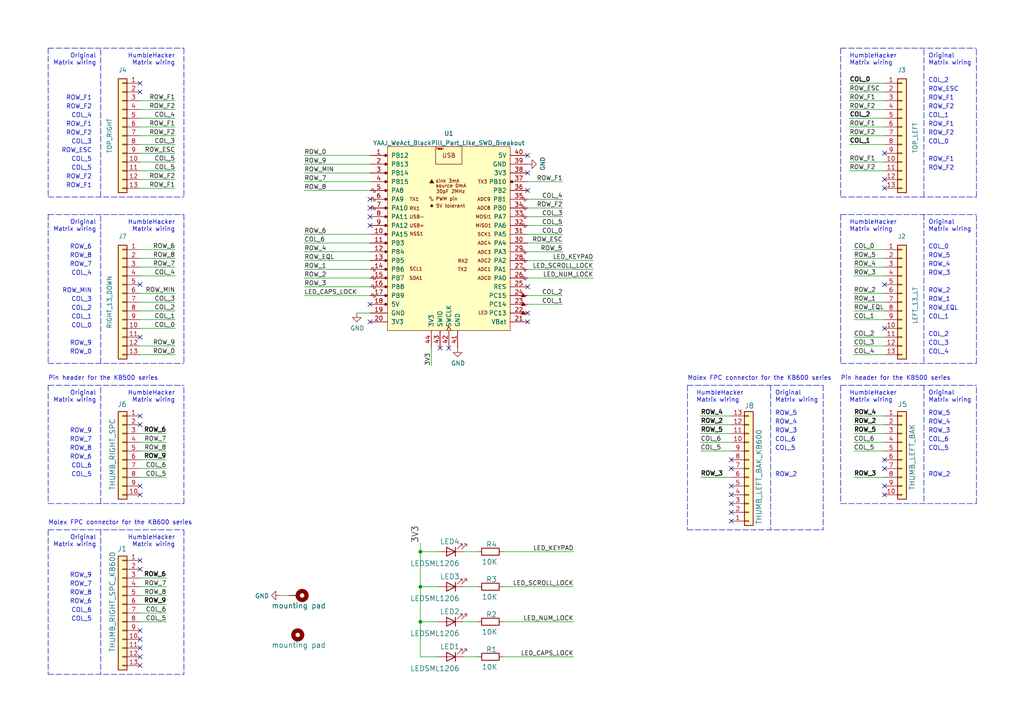
<source format=kicad_sch>
(kicad_sch (version 20211123) (generator eeschema)
  (paper "A4")
  (title_block (title "kinT keyboard controller") (date "2021-06-26") (company "Michael Stapelberg") (comment 1 "https://github.com/kinx-project/kint"))
  (lib_symbols
    (symbol "Connector_Generic:Conn_01x10" (pin_names (offset 1.016) hide)
      (property "Reference" "J" (at 0 12.7 0))
      (property "Value" "Conn_01x10" (at 0 -15.24 0))
      (symbol "Conn_01x10_1_1"
        (rectangle (start -1.27 -12.573) (end 0 -12.827) (stroke (width 0.1524)))
        (rectangle (start -1.27 -10.033) (end 0 -10.287) (stroke (width 0.1524)))
        (rectangle (start -1.27 -7.493) (end 0 -7.747) (stroke (width 0.1524)))
        (rectangle (start -1.27 -4.953) (end 0 -5.207) (stroke (width 0.1524)))
        (rectangle (start -1.27 -2.413) (end 0 -2.667) (stroke (width 0.1524)))
        (rectangle (start -1.27 0.127) (end 0 -0.127) (stroke (width 0.1524)))
        (rectangle (start -1.27 2.667) (end 0 2.413) (stroke (width 0.1524)))
        (rectangle (start -1.27 5.207) (end 0 4.953) (stroke (width 0.1524)))
        (rectangle (start -1.27 7.747) (end 0 7.493) (stroke (width 0.1524)))
        (rectangle (start -1.27 10.287) (end 0 10.033) (stroke (width 0.1524)))
        (rectangle (start -1.27 11.43) (end 1.27 -13.97) (stroke (width 0.254)) (fill (type background)))
        (pin passive line (at -5.08 10.16 0) (length 3.81) (name "Pin_1") (number "1"))
        (pin passive line (at -5.08 -12.7 0) (length 3.81) (name "Pin_10") (number "10"))
        (pin passive line (at -5.08 7.62 0) (length 3.81) (name "Pin_2") (number "2"))
        (pin passive line (at -5.08 5.08 0) (length 3.81) (name "Pin_3") (number "3"))
        (pin passive line (at -5.08 2.54 0) (length 3.81) (name "Pin_4") (number "4"))
        (pin passive line (at -5.08 0 0) (length 3.81) (name "Pin_5") (number "5"))
        (pin passive line (at -5.08 -2.54 0) (length 3.81) (name "Pin_6") (number "6"))
        (pin passive line (at -5.08 -5.08 0) (length 3.81) (name "Pin_7") (number "7"))
        (pin passive line (at -5.08 -7.62 0) (length 3.81) (name "Pin_8") (number "8"))
        (pin passive line (at -5.08 -10.16 0) (length 3.81) (name "Pin_9") (number "9"))
      )
    )
    (symbol "Connector_Generic:Conn_01x13" (pin_names (offset 1.016) hide)
      (property "Reference" "J" (at 0 17.78 0))
      (property "Value" "Conn_01x13" (at 0 -17.78 0))
      (symbol "Conn_01x13_1_1"
        (rectangle (start -1.27 -15.113) (end 0 -15.367) (stroke (width 0.1524)))
        (rectangle (start -1.27 -12.573) (end 0 -12.827) (stroke (width 0.1524)))
        (rectangle (start -1.27 -10.033) (end 0 -10.287) (stroke (width 0.1524)))
        (rectangle (start -1.27 -7.493) (end 0 -7.747) (stroke (width 0.1524)))
        (rectangle (start -1.27 -4.953) (end 0 -5.207) (stroke (width 0.1524)))
        (rectangle (start -1.27 -2.413) (end 0 -2.667) (stroke (width 0.1524)))
        (rectangle (start -1.27 0.127) (end 0 -0.127) (stroke (width 0.1524)))
        (rectangle (start -1.27 2.667) (end 0 2.413) (stroke (width 0.1524)))
        (rectangle (start -1.27 5.207) (end 0 4.953) (stroke (width 0.1524)))
        (rectangle (start -1.27 7.747) (end 0 7.493) (stroke (width 0.1524)))
        (rectangle (start -1.27 10.287) (end 0 10.033) (stroke (width 0.1524)))
        (rectangle (start -1.27 12.827) (end 0 12.573) (stroke (width 0.1524)))
        (rectangle (start -1.27 15.367) (end 0 15.113) (stroke (width 0.1524)))
        (rectangle (start -1.27 16.51) (end 1.27 -16.51) (stroke (width 0.254)) (fill (type background)))
        (pin passive line (at -5.08 15.24 0) (length 3.81) (name "Pin_1") (number "1"))
        (pin passive line (at -5.08 -7.62 0) (length 3.81) (name "Pin_10") (number "10"))
        (pin passive line (at -5.08 -10.16 0) (length 3.81) (name "Pin_11") (number "11"))
        (pin passive line (at -5.08 -12.7 0) (length 3.81) (name "Pin_12") (number "12"))
        (pin passive line (at -5.08 -15.24 0) (length 3.81) (name "Pin_13") (number "13"))
        (pin passive line (at -5.08 12.7 0) (length 3.81) (name "Pin_2") (number "2"))
        (pin passive line (at -5.08 10.16 0) (length 3.81) (name "Pin_3") (number "3"))
        (pin passive line (at -5.08 7.62 0) (length 3.81) (name "Pin_4") (number "4"))
        (pin passive line (at -5.08 5.08 0) (length 3.81) (name "Pin_5") (number "5"))
        (pin passive line (at -5.08 2.54 0) (length 3.81) (name "Pin_6") (number "6"))
        (pin passive line (at -5.08 0 0) (length 3.81) (name "Pin_7") (number "7"))
        (pin passive line (at -5.08 -2.54 0) (length 3.81) (name "Pin_8") (number "8"))
        (pin passive line (at -5.08 -5.08 0) (length 3.81) (name "Pin_9") (number "9"))
      )
    )
    (symbol "Device:LED" (pin_numbers hide) (pin_names (offset 1.016) hide)
      (property "Reference" "D" (at 0 2.54 0))
      (property "Value" "LED" (at 0 -2.54 0))
      (symbol "LED_0_1"
        (polyline (pts (xy -1.27 -1.27) (xy -1.27 1.27)) (stroke (width 0.254)))
        (polyline (pts (xy -1.27 0) (xy 1.27 0)))
        (polyline (pts (xy 1.27 -1.27) (xy 1.27 1.27) (xy -1.27 0) (xy 1.27 -1.27)) (stroke (width 0.254)))
        (polyline (pts (xy -3.048 -0.762) (xy -4.572 -2.286) (xy -3.81 -2.286) (xy -4.572 -2.286) (xy -4.572 -1.524)))
        (polyline (pts (xy -1.778 -0.762) (xy -3.302 -2.286) (xy -2.54 -2.286) (xy -3.302 -2.286) (xy -3.302 -1.524)))
      )
      (symbol "LED_1_1"
        (pin passive line (at -3.81 0 0) (length 2.54) (name "K") (number "1"))
        (pin passive line (at 3.81 0 180) (length 2.54) (name "A") (number "2"))
      )
    )
    (symbol "Device:R" (pin_numbers hide) (pin_names (offset 0))
      (property "Reference" "R" (at 2.032 0 90))
      (property "Value" "R" (at 0 0 90))
      (symbol "R_0_1"
        (rectangle (start -1.016 -2.54) (end 1.016 2.54) (stroke (width 0.254)))
      )
      (symbol "R_1_1"
        (pin passive line (at 0 3.81 270) (length 1.27) (name "~") (number "1"))
        (pin passive line (at 0 -3.81 90) (length 1.27) (name "~") (number "2"))
      )
    )
    (symbol "Mechanical:MountingHole" (pin_names (offset 1.016))
      (property "Reference" "H" (at 0 5.08 0))
      (property "Value" "MountingHole" (at 0 3.175 0))
      (symbol "MountingHole_0_1"
        (circle (center 0 0) (radius 1.27) (stroke (width 1.27)))
      )
    )
    (symbol "Mechanical:MountingHole_Pad" (pin_numbers hide) (pin_names (offset 1.016) hide)
      (property "Reference" "H" (at 0 6.35 0))
      (property "Value" "MountingHole_Pad" (at 0 4.445 0))
      (symbol "MountingHole_Pad_0_1"
        (circle (center 0 1.27) (radius 1.27) (stroke (width 1.27)))
      )
      (symbol "MountingHole_Pad_1_1"
        (pin input line (at 0 -2.54 90) (length 2.54) (name "1") (number "1"))
      )
    )
    (symbol "YAAJ_BlackPill_Part_Like_SWD_Breakout:YAAJ_WeAct_BlackPill_Part_Like_SWD_Breakout" (pin_names (offset 1.016))
      (property "Reference" "U" (at -17.526 27.94 0))
      (property "Value" "YAAJ_WeAct_BlackPill_Part_Like_SWD_Breakout" (at 9.144 27.94 0))
      (symbol "YAAJ_WeAct_BlackPill_Part_Like_SWD_Breakout_0_0"
        (circle (center -18.288 -20.32) (radius 0.3556) (fill (type outline)))
        (circle (center -18.288 -17.78) (radius 0.3556) (fill (type outline)))
        (circle (center -18.288 -15.24) (radius 0.3556) (fill (type outline)))
        (circle (center -18.288 -12.7) (radius 0.3556) (fill (type outline)))
        (circle (center -18.288 -10.16) (radius 0.3556) (fill (type outline)))
        (circle (center -18.288 -7.62) (radius 0.3556) (fill (type outline)))
        (circle (center -18.288 -5.08) (radius 0.3556) (fill (type outline)))
        (circle (center -18.288 -2.54) (radius 0.3556) (fill (type outline)))
        (circle (center -18.288 0) (radius 0.3556) (fill (type outline)))
        (circle (center -18.288 2.54) (radius 0.3556) (fill (type outline)))
        (circle (center -18.288 5.08) (radius 0.3556) (fill (type outline)))
        (circle (center -18.288 7.62) (radius 0.3556) (fill (type outline)))
        (circle (center -18.288 10.16) (radius 0.3556) (fill (type outline)))
        (circle (center -18.288 12.7) (radius 0.3556) (fill (type outline)))
        (circle (center -18.288 15.24) (radius 0.3556) (fill (type outline)))
        (circle (center -18.288 17.78) (radius 0.3556) (fill (type outline)))
        (circle (center -18.288 22.86) (radius 0.3556) (fill (type outline)))
        (circle (center -4.953 8.255) (radius 0.127) (fill (type outline)))
        (circle (center -4.953 8.255) (radius 0.254))
        (circle (center -4.953 8.255) (radius 0.3556))
        (polyline (pts (xy -5.588 14.859) (xy -4.953 15.875) (xy -4.318 14.859) (xy -5.588 14.859) (xy -4.953 15.748) (xy -4.445 14.859) (xy -5.461 14.986) (xy -4.953 15.621) (xy -4.572 14.859) (xy -5.334 15.113) (xy -4.826 15.494) (xy -4.699 14.859) (xy -5.207 15.24) (xy -4.699 15.367) (xy -4.826 14.986) (xy -5.08 15.24) (xy -4.826 15.113) (xy -4.953 15.367)))
        (polyline (pts (xy 20.955 -23.241) (xy 21.59 -22.225) (xy 22.225 -23.241) (xy 20.955 -23.241) (xy 21.59 -22.352) (xy 22.098 -23.241) (xy 21.082 -23.114) (xy 21.59 -22.479) (xy 21.971 -23.241) (xy 21.209 -22.987) (xy 21.717 -22.606) (xy 21.844 -23.241) (xy 21.336 -22.86) (xy 21.844 -22.733) (xy 21.717 -23.114) (xy 21.463 -22.86) (xy 21.717 -22.987) (xy 21.59 -22.733)))
        (polyline (pts (xy 20.955 -20.701) (xy 21.59 -19.685) (xy 22.225 -20.701) (xy 20.955 -20.701) (xy 21.59 -19.812) (xy 22.098 -20.701) (xy 21.082 -20.574) (xy 21.59 -19.939) (xy 21.971 -20.701) (xy 21.209 -20.447) (xy 21.717 -20.066) (xy 21.844 -20.701) (xy 21.336 -20.32) (xy 21.844 -20.193) (xy 21.717 -20.574) (xy 21.463 -20.32) (xy 21.717 -20.447) (xy 21.59 -20.193)))
        (polyline (pts (xy 20.955 -18.161) (xy 21.59 -17.145) (xy 22.225 -18.161) (xy 20.955 -18.161) (xy 21.59 -17.272) (xy 22.098 -18.161) (xy 21.082 -18.034) (xy 21.59 -17.399) (xy 21.971 -18.161) (xy 21.209 -17.907) (xy 21.717 -17.526) (xy 21.844 -18.161) (xy 21.336 -17.78) (xy 21.844 -17.653) (xy 21.717 -18.034) (xy 21.463 -17.78) (xy 21.717 -17.907) (xy 21.59 -17.653)))
        (circle (center 18.288 15.24) (radius 0.254) (fill (type outline)))
        (circle (center 18.288 15.24) (radius 0.3556))
        (text "30pF 2MHz" (at 0.508 12.446 0) (effects (font (size 0.9906 0.9906))))
        (text "5V tolerant" (at 0.508 8.255 0) (effects (font (size 0.9906 0.9906))))
        (text "ADC0" (at 10.287 -12.7 0) (effects (font (size 0.9906 0.9906))))
        (text "ADC1" (at 10.287 -10.16 0) (effects (font (size 0.9906 0.9906))))
        (text "ADC2" (at 10.287 -7.62 0) (effects (font (size 0.9906 0.9906))))
        (text "ADC3" (at 10.287 -5.207 0) (effects (font (size 0.9906 0.9906))))
        (text "ADC4" (at 10.287 -2.54 0) (effects (font (size 0.9906 0.9906))))
        (text "ADC8" (at 10.16 7.62 0) (effects (font (size 0.9906 0.9906))))
        (text "ADC9" (at 10.16 10.16 0) (effects (font (size 0.9906 0.9906))))
        (text "LED" (at 9.906 -22.733 0) (effects (font (size 0.9906 0.9906))))
        (text "MISO1" (at 10.033 2.54 0) (effects (font (size 0.9906 0.9906))))
        (text "MOSI1" (at 10.033 5.08 0) (effects (font (size 0.9906 0.9906))))
        (text "NSS1" (at -9.398 0.127 0) (effects (font (size 0.9906 0.9906))))
        (text "PWM pin" (at -0.635 10.287 0) (effects (font (size 0.9906 0.9906))))
        (text "RX1" (at -9.906 7.493 0) (effects (font (size 0.9906 0.9906))))
        (text "RX2" (at 4.064 -7.747 0) (effects (font (size 0.9906 0.9906))))
        (text "SCK1" (at 10.287 0 0) (effects (font (size 0.9906 0.9906))))
        (text "SCL1" (at -9.525 -10.033 0) (effects (font (size 0.9906 0.9906))))
        (text "SDA1" (at -9.525 -12.7 0) (effects (font (size 0.9906 0.9906))))
        (text "sink 3mA" (at -0.381 15.494 0) (effects (font (size 0.9906 0.9906))))
        (text "source 0mA" (at 0.635 14.097 0) (effects (font (size 0.9906 0.9906))))
        (text "TX1" (at -10.033 10.16 0) (effects (font (size 0.9906 0.9906))))
        (text "TX2" (at 3.937 -10.16 0) (effects (font (size 0.9906 0.9906))))
        (text "TX3" (at 9.779 15.24 0) (effects (font (size 0.9906 0.9906))))
        (text "USB" (at 0 22.86 0) (effects (font (size 1.27 1.27))))
        (text "USB+" (at -9.271 2.54 0) (effects (font (size 0.9906 0.9906))))
        (text "USB-" (at -9.271 5.08 0) (effects (font (size 0.9906 0.9906))))
        (text "Y@@J" (at -2.5654 24.8412 0) (effects (font (size 0.508 0.508))))
      )
      (symbol "YAAJ_WeAct_BlackPill_Part_Like_SWD_Breakout_0_1"
        (rectangle (start -17.78 25.4) (end 17.78 -27.94) (fill (type background)))
        (polyline (pts (xy -21.336 -17.78) (xy -21.336 -18.288) (xy -21.844 -18.288) (xy -21.844 -17.272) (xy -22.352 -17.272) (xy -22.352 -17.78)))
        (polyline (pts (xy -21.336 -15.24) (xy -21.336 -15.748) (xy -21.844 -15.748) (xy -21.844 -14.732) (xy -22.352 -14.732) (xy -22.352 -15.24)))
        (polyline (pts (xy -21.336 -12.7) (xy -21.336 -13.208) (xy -21.844 -13.208) (xy -21.844 -12.192) (xy -22.352 -12.192) (xy -22.352 -12.7)))
        (polyline (pts (xy -21.336 -10.16) (xy -21.336 -10.668) (xy -21.844 -10.668) (xy -21.844 -9.652) (xy -22.352 -9.652) (xy -22.352 -10.16)))
        (polyline (pts (xy -21.336 7.62) (xy -21.336 7.112) (xy -21.844 7.112) (xy -21.844 8.128) (xy -22.352 8.128) (xy -22.352 7.62)))
        (polyline (pts (xy -21.336 10.16) (xy -21.336 9.652) (xy -21.844 9.652) (xy -21.844 10.668) (xy -22.352 10.668) (xy -22.352 10.16)))
        (polyline (pts (xy -21.336 12.7) (xy -21.336 12.192) (xy -21.844 12.192) (xy -21.844 13.208) (xy -22.352 13.208) (xy -22.352 12.7)))
        (polyline (pts (xy -4.572 10.287) (xy -4.572 9.779) (xy -5.08 9.779) (xy -5.08 10.795) (xy -5.588 10.795) (xy -5.588 10.287)))
        (polyline (pts (xy 22.352 -12.7) (xy 22.352 -13.208) (xy 21.844 -13.208) (xy 21.844 -12.192) (xy 21.336 -12.192) (xy 21.336 -12.7)))
        (polyline (pts (xy 22.352 -10.16) (xy 22.352 -10.668) (xy 21.844 -10.668) (xy 21.844 -9.652) (xy 21.336 -9.652) (xy 21.336 -10.16)))
        (polyline (pts (xy 22.352 -7.62) (xy 22.352 -8.128) (xy 21.844 -8.128) (xy 21.844 -7.112) (xy 21.336 -7.112) (xy 21.336 -7.62)))
        (polyline (pts (xy 22.352 -5.08) (xy 22.352 -5.588) (xy 21.844 -5.588) (xy 21.844 -4.572) (xy 21.336 -4.572) (xy 21.336 -5.08)))
        (polyline (pts (xy 22.352 2.54) (xy 22.352 2.032) (xy 21.844 2.032) (xy 21.844 3.048) (xy 21.336 3.048) (xy 21.336 2.54)))
        (polyline (pts (xy 22.352 5.08) (xy 22.352 4.572) (xy 21.844 4.572) (xy 21.844 5.588) (xy 21.336 5.588) (xy 21.336 5.08)))
        (polyline (pts (xy 22.352 7.62) (xy 22.352 7.112) (xy 21.844 7.112) (xy 21.844 8.128) (xy 21.336 8.128) (xy 21.336 7.62)))
        (polyline (pts (xy 22.352 10.16) (xy 22.352 9.652) (xy 21.844 9.652) (xy 21.844 10.668) (xy 21.336 10.668) (xy 21.336 10.16)))
        (rectangle (start 3.81 25.4) (end -3.81 20.32))
      )
      (symbol "YAAJ_WeAct_BlackPill_Part_Like_SWD_Breakout_1_1"
        (circle (center -18.288 20.32) (radius 0.3556) (fill (type outline)))
        (pin bidirectional line (at -22.86 22.86 0) (length 5.08) (name "PB12") (number "1"))
        (pin bidirectional line (at -22.86 0 0) (length 5.08) (name "PA15") (number "10"))
        (pin bidirectional line (at -22.86 -2.54 0) (length 5.08) (name "PB3") (number "11"))
        (pin bidirectional line (at -22.86 -5.08 0) (length 5.08) (name "PB4") (number "12"))
        (pin bidirectional line (at -22.86 -7.62 0) (length 5.08) (name "PB5") (number "13"))
        (pin bidirectional line (at -22.86 -10.16 0) (length 5.08) (name "PB6") (number "14"))
        (pin bidirectional line (at -22.86 -12.7 0) (length 5.08) (name "PB7") (number "15"))
        (pin bidirectional line (at -22.86 -15.24 0) (length 5.08) (name "PB8") (number "16"))
        (pin bidirectional line (at -22.86 -17.78 0) (length 5.08) (name "PB9") (number "17"))
        (pin power_in line (at -22.86 -20.32 0) (length 5.08) (name "5V") (number "18"))
        (pin power_in line (at -22.86 -22.86 0) (length 5.08) (name "GND") (number "19"))
        (pin bidirectional line (at -22.86 20.32 0) (length 5.08) (name "PB13") (number "2"))
        (pin power_in line (at -22.86 -25.4 0) (length 5.08) (name "3V3") (number "20"))
        (pin power_in line (at 22.86 -25.4 180) (length 5.08) (name "VBat") (number "21"))
        (pin bidirectional line (at 22.86 -22.86 180) (length 5.08) (name "PC13") (number "22"))
        (pin bidirectional line (at 22.86 -20.32 180) (length 5.08) (name "PC14") (number "23"))
        (pin bidirectional line (at 22.86 -17.78 180) (length 5.08) (name "PC15") (number "24"))
        (pin input line (at 22.86 -15.24 180) (length 5.08) (name "RES") (number "25"))
        (pin bidirectional line (at 22.86 -12.7 180) (length 5.08) (name "PA0") (number "26"))
        (pin bidirectional line (at 22.86 -10.16 180) (length 5.08) (name "PA1") (number "27"))
        (pin bidirectional line (at 22.86 -7.62 180) (length 5.08) (name "PA2") (number "28"))
        (pin bidirectional line (at 22.86 -5.08 180) (length 5.08) (name "PA3") (number "29"))
        (pin bidirectional line (at -22.86 17.78 0) (length 5.08) (name "PB14") (number "3"))
        (pin bidirectional line (at 22.86 -2.54 180) (length 5.08) (name "PA4") (number "30"))
        (pin bidirectional line (at 22.86 0 180) (length 5.08) (name "PA5") (number "31"))
        (pin bidirectional line (at 22.86 2.54 180) (length 5.08) (name "PA6") (number "32"))
        (pin bidirectional line (at 22.86 5.08 180) (length 5.08) (name "PA7") (number "33"))
        (pin bidirectional line (at 22.86 7.62 180) (length 5.08) (name "PB0") (number "34"))
        (pin bidirectional line (at 22.86 10.16 180) (length 5.08) (name "PB1") (number "35"))
        (pin bidirectional line (at 22.86 12.7 180) (length 5.08) (name "PB2") (number "36"))
        (pin bidirectional line (at 22.86 15.24 180) (length 5.08) (name "PB10") (number "37"))
        (pin power_in line (at 22.86 17.78 180) (length 5.08) (name "3V3") (number "38"))
        (pin power_in line (at 22.86 20.32 180) (length 5.08) (name "GND") (number "39"))
        (pin bidirectional line (at -22.86 15.24 0) (length 5.08) (name "PB15") (number "4"))
        (pin power_in line (at 22.86 22.86 180) (length 5.08) (name "5V") (number "40"))
        (pin power_in line (at 2.54 -33.02 90) (length 5.08) (name "GND") (number "41"))
        (pin bidirectional clock (at 0 -33.02 90) (length 5.08) (name "SWCLK") (number "42"))
        (pin bidirectional line (at -2.54 -33.02 90) (length 5.08) (name "SWIO") (number "43"))
        (pin power_in line (at -5.08 -33.02 90) (length 5.08) (name "3V3") (number "44"))
        (pin bidirectional line (at -22.86 12.7 0) (length 5.08) (name "PA8") (number "5"))
        (pin bidirectional line (at -22.86 10.16 0) (length 5.08) (name "PA9") (number "6"))
        (pin bidirectional line (at -22.86 7.62 0) (length 5.08) (name "PA10") (number "7"))
        (pin bidirectional line (at -22.86 5.08 0) (length 5.08) (name "PA11") (number "8"))
        (pin bidirectional line (at -22.86 2.54 0) (length 5.08) (name "PA12") (number "9"))
      )
    )
    (symbol "power:GND" (power) (pin_names (offset 0))
      (property "Value" "GND" (at 0 -3.81 0))
      (symbol "GND_0_1"
        (polyline (pts (xy 0 0) (xy 0 -1.27) (xy 1.27 -1.27) (xy 0 -2.54) (xy -1.27 -1.27) (xy 0 -1.27)))
      )
      (symbol "GND_1_1"
        (pin power_in line (at 0 0 270) (length 0) hide (name "GND") (number "1"))
      )
    )
  )
  (junction (at 121.92 160.02))
  (junction (at 121.92 170.18))
  (junction (at 121.92 180.34))
  (no_connect (at 256.54 95.25))
  (no_connect (at 212.09 143.51))
  (no_connect (at 40.64 24.13))
  (no_connect (at 40.64 120.65))
  (no_connect (at 40.64 190.5))
  (no_connect (at 40.64 140.97))
  (no_connect (at 40.64 182.88))
  (no_connect (at 256.54 52.07))
  (no_connect (at 40.64 193.04))
  (no_connect (at 212.09 140.97))
  (no_connect (at 256.54 135.89))
  (no_connect (at 40.64 26.67))
  (no_connect (at 256.54 143.51))
  (no_connect (at 256.54 82.55))
  (no_connect (at 40.64 97.79))
  (no_connect (at 40.64 162.56))
  (no_connect (at 40.64 123.19))
  (no_connect (at 256.54 140.97))
  (no_connect (at 212.09 133.35))
  (no_connect (at 256.54 54.61))
  (no_connect (at 256.54 133.35))
  (no_connect (at 212.09 135.89))
  (no_connect (at 212.09 148.59))
  (no_connect (at 40.64 143.51))
  (no_connect (at 40.64 82.55))
  (no_connect (at 256.54 44.45))
  (no_connect (at 212.09 151.13))
  (no_connect (at 212.09 146.05))
  (no_connect (at 40.64 185.42))
  (no_connect (at 40.64 187.96))
  (no_connect (at 127.635 100.965))
  (no_connect (at 130.175 100.965))
  (no_connect (at 40.64 165.1))
  (no_connect (at 153.035 55.245))
  (no_connect (at 153.035 50.165))
  (no_connect (at 153.035 45.085))
  (no_connect (at 153.035 90.805))
  (no_connect (at 153.035 83.185))
  (no_connect (at 153.035 93.345))
  (no_connect (at 107.315 93.345))
  (no_connect (at 107.315 88.265))
  (no_connect (at 107.315 65.405))
  (no_connect (at 107.315 62.865))
  (no_connect (at 107.315 60.325))
  (no_connect (at 107.315 57.785))
  (wire (pts (xy 50.8 54.61) (xy 40.64 54.61)))
  (wire (pts (xy 81.28 172.72) (xy 83.82 172.72)))
  (polyline (pts (xy 283.21 146.05) (xy 283.21 111.76)))
  (wire (pts (xy 247.65 77.47) (xy 256.54 77.47)))
  (wire (pts (xy 247.65 85.09) (xy 256.54 85.09)))
  (wire (pts (xy 48.26 133.35) (xy 40.64 133.35)))
  (polyline (pts (xy 13.97 13.97) (xy 13.97 57.15)))
  (polyline (pts (xy 267.97 111.76) (xy 267.97 146.05)))
  (wire (pts (xy 50.8 100.33) (xy 40.64 100.33)))
  (wire (pts (xy 88.265 45.085) (xy 107.315 45.085)))
  (wire (pts (xy 40.64 44.45) (xy 50.8 44.45)))
  (polyline (pts (xy 13.97 62.23) (xy 13.97 105.41)))
  (wire (pts (xy 203.2 125.73) (xy 212.09 125.73)))
  (wire (pts (xy 247.65 130.81) (xy 256.54 130.81)))
  (wire (pts (xy 125.095 106.045) (xy 125.095 100.965)))
  (wire (pts (xy 146.05 180.34) (xy 166.37 180.34)))
  (wire (pts (xy 50.8 87.63) (xy 40.64 87.63)))
  (wire (pts (xy 247.65 92.71) (xy 256.54 92.71)))
  (wire (pts (xy 246.38 24.13) (xy 256.54 24.13)))
  (wire (pts (xy 40.64 46.99) (xy 50.8 46.99)))
  (wire (pts (xy 48.26 172.72) (xy 40.64 172.72)))
  (wire (pts (xy 246.38 39.37) (xy 256.54 39.37)))
  (wire (pts (xy 103.505 90.805) (xy 107.315 90.805)))
  (polyline (pts (xy 29.21 105.41) (xy 29.21 62.23)))
  (wire (pts (xy 146.05 190.5) (xy 166.37 190.5)))
  (polyline (pts (xy 13.97 195.58) (xy 53.34 195.58)))
  (wire (pts (xy 50.8 52.07) (xy 40.64 52.07)))
  (polyline (pts (xy 13.97 111.76) (xy 53.34 111.76)))
  (wire (pts (xy 88.265 73.025) (xy 107.315 73.025)))
  (polyline (pts (xy 53.34 146.05) (xy 53.34 111.76)))
  (wire (pts (xy 107.315 47.625) (xy 88.265 47.625)))
  (wire (pts (xy 246.38 29.21) (xy 256.54 29.21)))
  (wire (pts (xy 247.65 97.79) (xy 256.54 97.79)))
  (wire (pts (xy 247.65 102.87) (xy 256.54 102.87)))
  (wire (pts (xy 40.64 135.89) (xy 48.26 135.89)))
  (polyline (pts (xy 243.84 146.05) (xy 283.21 146.05)))
  (polyline (pts (xy 243.84 62.23) (xy 243.84 105.41)))
  (polyline (pts (xy 243.84 62.23) (xy 283.21 62.23)))
  (wire (pts (xy 163.195 57.785) (xy 153.035 57.785)))
  (wire (pts (xy 146.05 170.18) (xy 166.37 170.18)))
  (wire (pts (xy 48.26 128.27) (xy 40.64 128.27)))
  (wire (pts (xy 121.92 170.18) (xy 121.92 180.34)))
  (wire (pts (xy 203.2 120.65) (xy 212.09 120.65)))
  (wire (pts (xy 48.26 175.26) (xy 40.64 175.26)))
  (wire (pts (xy 247.65 90.17) (xy 256.54 90.17)))
  (polyline (pts (xy 53.34 62.23) (xy 53.34 105.41)))
  (wire (pts (xy 40.64 77.47) (xy 50.8 77.47)))
  (wire (pts (xy 48.26 170.18) (xy 40.64 170.18)))
  (wire (pts (xy 134.62 190.5) (xy 138.43 190.5)))
  (polyline (pts (xy 13.97 153.67) (xy 13.97 195.58)))
  (wire (pts (xy 40.64 92.71) (xy 50.8 92.71)))
  (wire (pts (xy 247.65 72.39) (xy 256.54 72.39)))
  (wire (pts (xy 246.38 49.53) (xy 256.54 49.53)))
  (polyline (pts (xy 238.76 111.76) (xy 238.76 153.67)))
  (wire (pts (xy 121.92 160.02) (xy 121.92 157.48)))
  (wire (pts (xy 121.92 160.02) (xy 121.92 170.18)))
  (wire (pts (xy 40.64 49.53) (xy 50.8 49.53)))
  (wire (pts (xy 163.195 70.485) (xy 153.035 70.485)))
  (wire (pts (xy 48.26 130.81) (xy 40.64 130.81)))
  (wire (pts (xy 247.65 120.65) (xy 256.54 120.65)))
  (wire (pts (xy 127 180.34) (xy 121.92 180.34)))
  (wire (pts (xy 48.26 167.64) (xy 40.64 167.64)))
  (wire (pts (xy 163.195 52.705) (xy 153.035 52.705)))
  (wire (pts (xy 247.65 74.93) (xy 256.54 74.93)))
  (polyline (pts (xy 53.34 153.67) (xy 53.34 195.58)))
  (wire (pts (xy 40.64 31.75) (xy 50.8 31.75)))
  (wire (pts (xy 246.38 46.99) (xy 256.54 46.99)))
  (wire (pts (xy 256.54 123.19) (xy 247.65 123.19)))
  (wire (pts (xy 256.54 128.27) (xy 247.65 128.27)))
  (wire (pts (xy 48.26 125.73) (xy 40.64 125.73)))
  (wire (pts (xy 163.195 60.325) (xy 153.035 60.325)))
  (polyline (pts (xy 53.34 13.97) (xy 53.34 57.15)))
  (wire (pts (xy 172.085 78.105) (xy 153.035 78.105)))
  (polyline (pts (xy 199.39 153.67) (xy 238.76 153.67)))
  (polyline (pts (xy 243.84 57.15) (xy 283.21 57.15)))
  (polyline (pts (xy 267.97 57.15) (xy 267.97 13.97)))
  (wire (pts (xy 247.65 100.33) (xy 256.54 100.33)))
  (wire (pts (xy 88.265 78.105) (xy 107.315 78.105)))
  (wire (pts (xy 134.62 180.34) (xy 138.43 180.34)))
  (wire (pts (xy 134.62 170.18) (xy 138.43 170.18)))
  (wire (pts (xy 88.265 85.725) (xy 107.315 85.725)))
  (wire (pts (xy 247.65 80.01) (xy 256.54 80.01)))
  (wire (pts (xy 50.8 74.93) (xy 40.64 74.93)))
  (wire (pts (xy 48.26 180.34) (xy 40.64 180.34)))
  (polyline (pts (xy 13.97 153.67) (xy 53.34 153.67)))
  (wire (pts (xy 40.64 41.91) (xy 50.8 41.91)))
  (polyline (pts (xy 29.21 153.67) (xy 29.21 195.58)))
  (polyline (pts (xy 223.52 111.76) (xy 223.52 153.67)))
  (polyline (pts (xy 267.97 62.23) (xy 267.97 105.41)))
  (wire (pts (xy 247.65 125.73) (xy 256.54 125.73)))
  (wire (pts (xy 212.09 123.19) (xy 203.2 123.19)))
  (polyline (pts (xy 29.21 146.05) (xy 29.21 111.76)))
  (wire (pts (xy 50.8 102.87) (xy 40.64 102.87)))
  (wire (pts (xy 48.26 177.8) (xy 40.64 177.8)))
  (wire (pts (xy 50.8 72.39) (xy 40.64 72.39)))
  (polyline (pts (xy 13.97 62.23) (xy 53.34 62.23)))
  (wire (pts (xy 107.315 80.645) (xy 88.265 80.645)))
  (wire (pts (xy 50.8 95.25) (xy 40.64 95.25)))
  (polyline (pts (xy 243.84 105.41) (xy 283.21 105.41)))
  (wire (pts (xy 121.92 180.34) (xy 121.92 190.5)))
  (wire (pts (xy 246.38 34.29) (xy 256.54 34.29)))
  (wire (pts (xy 88.265 75.565) (xy 107.315 75.565)))
  (wire (pts (xy 212.09 128.27) (xy 203.2 128.27)))
  (wire (pts (xy 163.195 88.265) (xy 153.035 88.265)))
  (wire (pts (xy 163.195 65.405) (xy 153.035 65.405)))
  (polyline (pts (xy 243.84 111.76) (xy 283.21 111.76)))
  (polyline (pts (xy 199.39 111.76) (xy 199.39 153.67)))
  (polyline (pts (xy 13.97 111.76) (xy 13.97 146.05)))
  (wire (pts (xy 246.38 41.91) (xy 256.54 41.91)))
  (wire (pts (xy 256.54 138.43) (xy 247.65 138.43)))
  (wire (pts (xy 107.315 67.945) (xy 88.265 67.945)))
  (wire (pts (xy 153.035 85.725) (xy 163.195 85.725)))
  (polyline (pts (xy 13.97 105.41) (xy 53.34 105.41)))
  (wire (pts (xy 247.65 87.63) (xy 256.54 87.63)))
  (wire (pts (xy 246.38 31.75) (xy 256.54 31.75)))
  (wire (pts (xy 107.315 52.705) (xy 88.265 52.705)))
  (wire (pts (xy 88.265 50.165) (xy 107.315 50.165)))
  (polyline (pts (xy 243.84 13.97) (xy 243.84 57.15)))
  (polyline (pts (xy 13.97 57.15) (xy 53.34 57.15)))
  (wire (pts (xy 88.265 55.245) (xy 107.315 55.245)))
  (wire (pts (xy 134.62 160.02) (xy 138.43 160.02)))
  (wire (pts (xy 88.265 83.185) (xy 107.315 83.185)))
  (polyline (pts (xy 243.84 111.76) (xy 243.84 146.05)))
  (polyline (pts (xy 29.21 57.15) (xy 29.21 13.97)))
  (wire (pts (xy 127 160.02) (xy 121.92 160.02)))
  (wire (pts (xy 153.035 80.645) (xy 172.085 80.645)))
  (polyline (pts (xy 283.21 57.15) (xy 283.21 13.97)))
  (wire (pts (xy 163.195 62.865) (xy 153.035 62.865)))
  (wire (pts (xy 246.38 36.83) (xy 256.54 36.83)))
  (wire (pts (xy 50.8 85.09) (xy 40.64 85.09)))
  (wire (pts (xy 40.64 39.37) (xy 50.8 39.37)))
  (wire (pts (xy 40.64 36.83) (xy 50.8 36.83)))
  (wire (pts (xy 153.035 73.025) (xy 163.195 73.025)))
  (polyline (pts (xy 199.39 111.76) (xy 238.76 111.76)))
  (wire (pts (xy 172.085 75.565) (xy 153.035 75.565)))
  (wire (pts (xy 40.64 29.21) (xy 50.8 29.21)))
  (wire (pts (xy 50.8 80.01) (xy 40.64 80.01)))
  (polyline (pts (xy 13.97 13.97) (xy 53.34 13.97)))
  (wire (pts (xy 127 170.18) (xy 121.92 170.18)))
  (wire (pts (xy 203.2 130.81) (xy 212.09 130.81)))
  (wire (pts (xy 88.265 70.485) (xy 107.315 70.485)))
  (wire (pts (xy 48.26 138.43) (xy 40.64 138.43)))
  (wire (pts (xy 50.8 34.29) (xy 40.64 34.29)))
  (wire (pts (xy 121.92 190.5) (xy 127 190.5)))
  (wire (pts (xy 246.38 26.67) (xy 256.54 26.67)))
  (wire (pts (xy 50.8 90.17) (xy 40.64 90.17)))
  (wire (pts (xy 212.09 138.43) (xy 203.2 138.43)))
  (polyline (pts (xy 13.97 146.05) (xy 53.34 146.05)))
  (polyline (pts (xy 283.21 105.41) (xy 283.21 62.23)))
  (wire (pts (xy 163.195 67.945) (xy 153.035 67.945)))
  (wire (pts (xy 146.05 160.02) (xy 166.37 160.02)))
  (polyline (pts (xy 243.84 13.97) (xy 283.21 13.97)))
  (text "COL_6" (at 269.24 128.27 0) (effects (font (size 1.27 1.27)) (justify left bottom)))
  (text "ROW_F2" (at 26.67 52.07 180) (effects (font (size 1.27 1.27)) (justify right bottom)))
  (text "ROW_F2" (at 269.24 49.53 0) (effects (font (size 1.27 1.27)) (justify left bottom)))
  (text "COL_6" (at 26.67 177.8 180) (effects (font (size 1.27 1.27)) (justify right bottom)))
  (text "ROW_6" (at 26.67 175.26 180) (effects (font (size 1.27 1.27)) (justify right bottom)))
  (text "Pin header for the KB500 series" (at 13.97 110.49 0) (effects (font (size 1.27 1.27)) (justify left bottom)))
  (text "Molex FPC connector for the KB600 series" (at 199.39 110.49 0) (effects (font (size 1.27 1.27)) (justify left bottom)))
  (text "ROW_7" (at 26.67 77.47 180) (effects (font (size 1.27 1.27)) (justify right bottom)))
  (text "COL_3" (at 26.67 87.63 180) (effects (font (size 1.27 1.27)) (justify right bottom)))
  (text "ROW_4" (at 269.24 77.47 0) (effects (font (size 1.27 1.27)) (justify left bottom)))
  (text "ROW_ESC" (at 26.67 44.45 180) (effects (font (size 1.27 1.27)) (justify right bottom)))
  (text "COL_3" (at 269.24 100.33 0) (effects (font (size 1.27 1.27)) (justify left bottom)))
  (text "COL_0" (at 269.24 41.91 0) (effects (font (size 1.27 1.27)) (justify left bottom)))
  (text "Pin header for the KB500 series" (at 243.84 110.49 0) (effects (font (size 1.27 1.27)) (justify left bottom)))
  (text "ROW_3" (at 269.24 80.01 0) (effects (font (size 1.27 1.27)) (justify left bottom)))
  (text "ROW_4" (at 269.24 123.19 0) (effects (font (size 1.27 1.27)) (justify left bottom)))
  (text "ROW_3" (at 224.79 125.73 0) (effects (font (size 1.27 1.27)) (justify left bottom)))
  (text "ROW_2" (at 269.24 138.43 0) (effects (font (size 1.27 1.27)) (justify left bottom)))
  (text "COL_6" (at 224.79 128.27 0) (effects (font (size 1.27 1.27)) (justify left bottom)))
  (text "ROW_1" (at 269.24 87.63 0) (effects (font (size 1.27 1.27)) (justify left bottom)))
  (text "ROW_7" (at 26.67 170.18 180) (effects (font (size 1.27 1.27)) (justify right bottom)))
  (text "ROW_F2" (at 269.24 39.37 0) (effects (font (size 1.27 1.27)) (justify left bottom)))
  (text "Original\nMatrix wiring" (at 269.24 19.05 0) (effects (font (size 1.27 1.27)) (justify left bottom)))
  (text "ROW_5" (at 269.24 74.93 0) (effects (font (size 1.27 1.27)) (justify left bottom)))
  (text "ROW_MIN" (at 26.67 85.09 180) (effects (font (size 1.27 1.27)) (justify right bottom)))
  (text "ROW_6" (at 26.67 72.39 180) (effects (font (size 1.27 1.27)) (justify right bottom)))
  (text "ROW_ESC" (at 269.24 26.67 0) (effects (font (size 1.27 1.27)) (justify left bottom)))
  (text "ROW_F1" (at 269.24 36.83 0) (effects (font (size 1.27 1.27)) (justify left bottom)))
  (text "HumbleHacker\nMatrix wiring" (at 246.38 67.31 0) (effects (font (size 1.27 1.27)) (justify left bottom)))
  (text "ROW_6" (at 26.67 133.35 180) (effects (font (size 1.27 1.27)) (justify right bottom)))
  (text "ROW_EQL" (at 269.24 90.17 0) (effects (font (size 1.27 1.27)) (justify left bottom)))
  (text "ROW_F2" (at 269.24 31.75 0) (effects (font (size 1.27 1.27)) (justify left bottom)))
  (text "ROW_9" (at 26.67 125.73 180) (effects (font (size 1.27 1.27)) (justify right bottom)))
  (text "COL_4" (at 26.67 34.29 180) (effects (font (size 1.27 1.27)) (justify right bottom)))
  (text "COL_4" (at 26.67 80.01 180) (effects (font (size 1.27 1.27)) (justify right bottom)))
  (text "COL_5" (at 26.67 138.43 180) (effects (font (size 1.27 1.27)) (justify right bottom)))
  (text "COL_1" (at 269.24 92.71 0) (effects (font (size 1.27 1.27)) (justify left bottom)))
  (text "Original\nMatrix wiring" (at 27.94 116.84 180) (effects (font (size 1.27 1.27)) (justify right bottom)))
  (text "HumbleHacker\nMatrix wiring" (at 50.8 158.75 180) (effects (font (size 1.27 1.27)) (justify right bottom)))
  (text "COL_6" (at 26.67 135.89 180) (effects (font (size 1.27 1.27)) (justify right bottom)))
  (text "COL_1" (at 26.67 92.71 180) (effects (font (size 1.27 1.27)) (justify right bottom)))
  (text "HumbleHacker\nMatrix wiring" (at 246.38 116.84 0) (effects (font (size 1.27 1.27)) (justify left bottom)))
  (text "HumbleHacker\nMatrix wiring" (at 50.8 19.05 180) (effects (font (size 1.27 1.27)) (justify right bottom)))
  (text "COL_0" (at 269.24 72.39 0) (effects (font (size 1.27 1.27)) (justify left bottom)))
  (text "Original\nMatrix wiring" (at 269.24 67.31 0) (effects (font (size 1.27 1.27)) (justify left bottom)))
  (text "COL_5" (at 269.24 130.81 0) (effects (font (size 1.27 1.27)) (justify left bottom)))
  (text "ROW_F1" (at 269.24 29.21 0) (effects (font (size 1.27 1.27)) (justify left bottom)))
  (text "ROW_F1" (at 26.67 36.83 180) (effects (font (size 1.27 1.27)) (justify right bottom)))
  (text "HumbleHacker\nMatrix wiring" (at 246.38 19.05 0) (effects (font (size 1.27 1.27)) (justify left bottom)))
  (text "HumbleHacker\nMatrix wiring" (at 50.8 116.84 180) (effects (font (size 1.27 1.27)) (justify right bottom)))
  (text "ROW_F2" (at 26.67 31.75 180) (effects (font (size 1.27 1.27)) (justify right bottom)))
  (text "ROW_9" (at 26.67 100.33 180) (effects (font (size 1.27 1.27)) (justify right bottom)))
  (text "COL_2" (at 26.67 90.17 180) (effects (font (size 1.27 1.27)) (justify right bottom)))
  (text "COL_5" (at 26.67 49.53 180) (effects (font (size 1.27 1.27)) (justify right bottom)))
  (text "COL_4" (at 269.24 102.87 0) (effects (font (size 1.27 1.27)) (justify left bottom)))
  (text "ROW_F2" (at 26.67 39.37 180) (effects (font (size 1.27 1.27)) (justify right bottom)))
  (text "COL_5" (at 26.67 180.34 180) (effects (font (size 1.27 1.27)) (justify right bottom)))
  (text "COL_1" (at 269.24 34.29 0) (effects (font (size 1.27 1.27)) (justify left bottom)))
  (text "ROW_F1" (at 26.67 54.61 180) (effects (font (size 1.27 1.27)) (justify right bottom)))
  (text "ROW_7" (at 26.67 128.27 180) (effects (font (size 1.27 1.27)) (justify right bottom)))
  (text "ROW_2" (at 269.24 85.09 0) (effects (font (size 1.27 1.27)) (justify left bottom)))
  (text "Original\nMatrix wiring" (at 27.94 67.31 180) (effects (font (size 1.27 1.27)) (justify right bottom)))
  (text "COL_2" (at 269.24 97.79 0) (effects (font (size 1.27 1.27)) (justify left bottom)))
  (text "Original\nMatrix wiring" (at 27.94 19.05 180) (effects (font (size 1.27 1.27)) (justify right bottom)))
  (text "ROW_8" (at 26.67 74.93 180) (effects (font (size 1.27 1.27)) (justify right bottom)))
  (text "ROW_5" (at 224.79 120.65 0) (effects (font (size 1.27 1.27)) (justify left bottom)))
  (text "ROW_3" (at 269.24 125.73 0) (effects (font (size 1.27 1.27)) (justify left bottom)))
  (text "ROW_F1" (at 269.24 46.99 0) (effects (font (size 1.27 1.27)) (justify left bottom)))
  (text "ROW_2" (at 224.79 138.43 0) (effects (font (size 1.27 1.27)) (justify left bottom)))
  (text "ROW_8" (at 26.67 172.72 180) (effects (font (size 1.27 1.27)) (justify right bottom)))
  (text "HumbleHacker\nMatrix wiring" (at 201.93 116.84 0) (effects (font (size 1.27 1.27)) (justify left bottom)))
  (text "ROW_F1" (at 26.67 29.21 180) (effects (font (size 1.27 1.27)) (justify right bottom)))
  (text "ROW_9" (at 26.67 167.64 180) (effects (font (size 1.27 1.27)) (justify right bottom)))
  (text "Original\nMatrix wiring" (at 269.24 116.84 0) (effects (font (size 1.27 1.27)) (justify left bottom)))
  (text "ROW_0" (at 26.67 102.87 180) (effects (font (size 1.27 1.27)) (justify right bottom)))
  (text "COL_3" (at 26.67 41.91 180) (effects (font (size 1.27 1.27)) (justify right bottom)))
  (text "Original\nMatrix wiring" (at 27.94 158.75 180) (effects (font (size 1.27 1.27)) (justify right bottom)))
  (text "ROW_8" (at 26.67 130.81 180) (effects (font (size 1.27 1.27)) (justify right bottom)))
  (text "COL_5" (at 224.79 130.81 0) (effects (font (size 1.27 1.27)) (justify left bottom)))
  (text "ROW_5" (at 269.24 120.65 0) (effects (font (size 1.27 1.27)) (justify left bottom)))
  (text "COL_0" (at 26.67 95.25 180) (effects (font (size 1.27 1.27)) (justify right bottom)))
  (text "COL_2" (at 269.24 24.13 0) (effects (font (size 1.27 1.27)) (justify left bottom)))
  (text "HumbleHacker\nMatrix wiring" (at 50.8 67.31 180) (effects (font (size 1.27 1.27)) (justify right bottom)))
  (text "Molex FPC connector for the KB600 series" (at 13.97 152.4 0) (effects (font (size 1.27 1.27)) (justify left bottom)))
  (text "COL_5" (at 26.67 46.99 180) (effects (font (size 1.27 1.27)) (justify right bottom)))
  (text "ROW_4" (at 224.79 123.19 0) (effects (font (size 1.27 1.27)) (justify left bottom)))
  (text "Original\nMatrix wiring" (at 224.79 116.84 0) (effects (font (size 1.27 1.27)) (justify left bottom)))
  (label "ROW_4" (at 247.65 77.47 0))
  (label "LED_CAPS_LOCK" (at 166.37 190.5 180))
  (label "ROW_7" (at 50.8 77.47 180))
  (label "COL_3" (at 50.8 41.91 180))
  (label "ROW_6" (at 88.265 67.945 0))
  (label "3V3" (at 121.92 157.48 90) (effects (font (size 1.778 1.778))))
  (label "ROW_F2" (at 50.8 52.07 180))
  (label "ROW_F2" (at 246.38 39.37 0))
  (label "COL_1" (at 163.195 88.265 180))
  (label "ROW_F1" (at 50.8 54.61 180))
  (label "ROW_8" (at 48.26 130.81 180))
  (label "ROW_F2" (at 50.8 31.75 180))
  (label "ROW_4" (at 88.265 73.025 0))
  (label "COL_1" (at 246.38 41.91 0) (effects (font (thickness 0.254) bold)))
  (label "ROW_5" (at 247.65 74.93 0))
  (label "ROW_4" (at 247.65 120.65 0) (effects (font (thickness 0.254) bold)))
  (label "ROW_7" (at 48.26 170.18 180))
  (label "ROW_MIN" (at 88.265 50.165 0))
  (label "COL_4" (at 163.195 57.785 180))
  (label "COL_5" (at 50.8 49.53 180))
  (label "COL_5" (at 163.195 65.405 180))
  (label "LED_KEYPAD" (at 172.085 75.565 180))
  (label "ROW_7" (at 88.265 52.705 0))
  (label "COL_3" (at 163.195 62.865 180))
  (label "ROW_7" (at 48.26 128.27 180))
  (label "ROW_9" (at 50.8 100.33 180))
  (label "ROW_F1" (at 50.8 36.83 180))
  (label "ROW_F1" (at 246.38 29.21 0))
  (label "ROW_8" (at 50.8 74.93 180))
  (label "ROW_F2" (at 163.195 60.325 180))
  (label "COL_2" (at 246.38 34.29 0) (effects (font (thickness 0.254) bold)))
  (label "ROW_0" (at 88.265 45.085 0))
  (label "ROW_5" (at 203.2 125.73 0) (effects (font (thickness 0.254) bold)))
  (label "COL_5" (at 247.65 130.81 0))
  (label "COL_6" (at 88.265 70.485 0))
  (label "COL_4" (at 50.8 80.01 180))
  (label "LED_KEYPAD" (at 166.37 160.02 180))
  (label "ROW_3" (at 247.65 138.43 0) (effects (font (thickness 0.254) bold)))
  (label "ROW_ESC" (at 163.195 70.485 180))
  (label "ROW_F2" (at 50.8 39.37 180))
  (label "ROW_9" (at 48.26 175.26 180) (effects (font (thickness 0.254) bold)))
  (label "ROW_F2" (at 246.38 31.75 0))
  (label "LED_CAPS_LOCK" (at 88.265 85.725 0))
  (label "ROW_F1" (at 246.38 36.83 0))
  (label "COL_2" (at 163.195 85.725 180))
  (label "ROW_F1" (at 50.8 29.21 180))
  (label "COL_5" (at 203.2 130.81 0))
  (label "COL_4" (at 247.65 102.87 0))
  (label "COL_3" (at 50.8 87.63 180))
  (label "COL_1" (at 50.8 92.71 180))
  (label "ROW_3" (at 88.265 83.185 0))
  (label "COL_2" (at 247.65 97.79 0))
  (label "ROW_5" (at 163.195 73.025 180))
  (label "ROW_6" (at 50.8 72.39 180))
  (label "ROW_F2" (at 246.38 49.53 0))
  (label "COL_6" (at 48.26 135.89 180))
  (label "COL_3" (at 247.65 100.33 0))
  (label "COL_5" (at 50.8 46.99 180))
  (label "LED_SCROLL_LOCK" (at 166.37 170.18 180))
  (label "ROW_2" (at 247.65 123.19 0) (effects (font (thickness 0.254) bold)))
  (label "ROW_2" (at 247.65 85.09 0))
  (label "COL_0" (at 163.195 67.945 180))
  (label "ROW_F1" (at 246.38 46.99 0))
  (label "ROW_EQL" (at 247.65 90.17 0))
  (label "ROW_9" (at 48.26 133.35 180) (effects (font (thickness 0.254) bold)))
  (label "ROW_ESC" (at 246.38 26.67 0))
  (label "COL_0" (at 247.65 72.39 0))
  (label "ROW_1" (at 88.265 78.105 0))
  (label "ROW_2" (at 88.265 80.645 0))
  (label "ROW_5" (at 247.65 125.73 0) (effects (font (thickness 0.254) bold)))
  (label "ROW_8" (at 88.265 55.245 0))
  (label "LED_NUM_LOCK" (at 172.085 80.645 180))
  (label "COL_6" (at 203.2 128.27 0))
  (label "COL_0" (at 50.8 95.25 180))
  (label "ROW_1" (at 247.65 87.63 0))
  (label "ROW_8" (at 48.26 172.72 180))
  (label "ROW_6" (at 48.26 167.64 180) (effects (font (thickness 0.254) bold)))
  (label "ROW_F1" (at 163.195 52.705 180))
  (label "COL_6" (at 247.65 128.27 0))
  (label "COL_1" (at 247.65 92.71 0))
  (label "ROW_0" (at 50.8 102.87 180))
  (label "ROW_2" (at 203.2 123.19 0) (effects (font (thickness 0.254) bold)))
  (label "COL_0" (at 246.38 24.13 0) (effects (font (thickness 0.254) bold)))
  (label "COL_6" (at 48.26 177.8 180))
  (label "LED_SCROLL_LOCK" (at 172.085 78.105 180))
  (label "COL_5" (at 48.26 138.43 180))
  (label "3V3" (at 125.095 106.045 90))
  (label "ROW_EQL" (at 88.265 75.565 0))
  (label "ROW_4" (at 203.2 120.65 0) (effects (font (thickness 0.254) bold)))
  (label "COL_2" (at 50.8 90.17 180))
  (label "ROW_3" (at 203.2 138.43 0) (effects (font (thickness 0.254) bold)))
  (label "LED_NUM_LOCK" (at 166.37 180.34 180))
  (label "COL_4" (at 50.8 34.29 180))
  (label "ROW_3" (at 247.65 80.01 0))
  (label "ROW_MIN" (at 50.8 85.09 180))
  (label "ROW_6" (at 48.26 125.73 180) (effects (font (thickness 0.254) bold)))
  (label "ROW_ESC" (at 50.8 44.45 180))
  (label "COL_5" (at 48.26 180.34 180))
  (label "ROW_9" (at 88.265 47.625 0))
  (symbol (lib_id "Device:R") (at 142.24 190.5 270) (unit 1)
    (property "Reference" "R1" (at 140.97 189.23 90) (effects (font (size 1.4986 1.4986)) (justify left bottom)))
    (property "Value" "10K" (at 139.7 194.31 90) (effects (font (size 1.4986 1.4986)) (justify left bottom)))
    (property "Footprint" "Resistor_SMD:R_1206_3216Metric_Pad1.42x1.75mm_HandSolder" (effects hide))
    (property "digikeypn" "541-3983-1-ND" (effects hide))
    (property "MPN" "CRCW120610K0FKEAC" (effects hide))
    (property "mouserpn" "71-CRCW120610K0FKEAC" (effects hide))
  )
  (symbol (lib_id "Device:LED") (at 130.81 160.02 180) (unit 1)
    (property "Reference" "LED4" (at 133.35 156.21 0) (effects (font (size 1.4986 1.4986)) (justify left bottom)))
    (property "Value" "LEDSML1206" (at 133.35 162.56 0) (effects (font (size 1.4986 1.4986)) (justify left bottom)))
    (property "Footprint" "LED_SMD:LED_1206_3216Metric_Pad1.42x1.75mm_HandSolder" (effects hide))
    (property "digikeypn" "754-1439-1-ND" (effects hide))
    (property "MPN" "APT3216QBC/D" (effects hide))
    (property "mouserpn" "604-APT3216QBC/D" (effects hide))
  )
  (symbol (lib_id "Connector_Generic:Conn_01x10") (at 35.56 130.81 0) (mirror y) (unit 1)
    (property "Reference" "J6" (at 36.83 118.11 0) (effects (font (size 1.4986 1.4986)) (justify left bottom)))
    (property "Value" "THUMB_RIGHT_SPC" (at 31.75 142.24 90) (effects (font (size 1.4986 1.4986)) (justify left bottom)))
    (property "Footprint" "Connector_PinHeader_2.54mm:PinHeader_1x10_P2.54mm_Vertical" (effects hide))
    (property "digikeypn" "WM14526-ND" (effects hide))
    (property "MPN" "39-53-2135" (effects hide))
    (property "mouserpn" "538-39-53-2135" (effects hide))
  )
  (symbol (lib_id "Device:R") (at 142.24 160.02 270) (unit 1)
    (property "Reference" "R4" (at 140.97 158.75 90) (effects (font (size 1.4986 1.4986)) (justify left bottom)))
    (property "Value" "10K" (at 139.7 163.83 90) (effects (font (size 1.4986 1.4986)) (justify left bottom)))
    (property "Footprint" "Resistor_SMD:R_1206_3216Metric_Pad1.42x1.75mm_HandSolder" (effects hide))
    (property "digikeypn" "541-3983-1-ND" (effects hide))
    (property "MPN" "CRCW120610K0FKEAC" (effects hide))
    (property "mouserpn" "71-CRCW120610K0FKEAC" (effects hide))
  )
  (symbol (lib_id "Connector_Generic:Conn_01x10") (at 261.62 130.81 0) (unit 1)
    (property "Reference" "J5" (at 260.35 118.11 0) (effects (font (size 1.4986 1.4986)) (justify left bottom)))
    (property "Value" "THUMB_LEFT_BAK" (at 265.43 142.24 90) (effects (font (size 1.4986 1.4986)) (justify left bottom)))
    (property "Footprint" "Connector_PinHeader_2.54mm:PinHeader_1x10_P2.54mm_Vertical" (effects hide))
    (property "digikeypn" "WM14526-ND" (effects hide))
    (property "MPN" "39-53-2135" (effects hide))
    (property "mouserpn" "538-39-53-2135" (effects hide))
  )
  (symbol (lib_id "Device:R") (at 142.24 180.34 270) (unit 1)
    (property "Reference" "R2" (at 140.97 179.07 90) (effects (font (size 1.4986 1.4986)) (justify left bottom)))
    (property "Value" "10K" (at 139.7 184.15 90) (effects (font (size 1.4986 1.4986)) (justify left bottom)))
    (property "Footprint" "Resistor_SMD:R_1206_3216Metric_Pad1.42x1.75mm_HandSolder" (effects hide))
    (property "digikeypn" "541-3983-1-ND" (effects hide))
    (property "MPN" "CRCW120610K0FKEAC" (effects hide))
    (property "mouserpn" "71-CRCW120610K0FKEAC" (effects hide))
  )
  (symbol (lib_id "Mechanical:MountingHole_Pad") (at 86.36 172.72 270) (unit 1)
    (property "Reference" "H1" (effects hide))
    (property "Value" "mounting pad" (at 78.74 176.53 90) (effects (font (size 1.4986 1.4986)) (justify left bottom)))
    (property "Footprint" "MountingHole:MountingHole_4.3mm_M4_Pad" (effects hide))
  )
  (symbol (lib_id "Device:LED") (at 130.81 170.18 180) (unit 1)
    (property "Reference" "LED3" (at 133.35 166.37 0) (effects (font (size 1.4986 1.4986)) (justify left bottom)))
    (property "Value" "LEDSML1206" (at 133.35 172.72 0) (effects (font (size 1.4986 1.4986)) (justify left bottom)))
    (property "Footprint" "LED_SMD:LED_1206_3216Metric_Pad1.42x1.75mm_HandSolder" (effects hide))
    (property "digikeypn" "754-1439-1-ND" (effects hide))
    (property "MPN" "APT3216QBC/D" (effects hide))
    (property "mouserpn" "604-APT3216QBC/D" (effects hide))
  )
  (symbol (lib_id "Connector_Generic:Conn_01x13") (at 261.62 87.63 0) (unit 1)
    (property "Reference" "J2" (at 260.35 68.58 0) (effects (justify left)))
    (property "Value" "LEFT_13_LT" (at 265.43 93.98 90) (effects (justify left)))
    (property "Footprint" "kinx:39-53-2135" (effects hide))
    (property "digikeypn" "WM14526-ND" (effects hide))
    (property "MPN" "39-53-2135" (effects hide))
    (property "mouserpn" "538-39-53-2135" (effects hide))
  )
  (symbol (lib_id "Connector_Generic:Conn_01x13") (at 35.56 87.63 0) (mirror y) (unit 1)
    (property "Reference" "J7" (at 35.56 68.58 0))
    (property "Value" "RIGHT_13_DOWN" (at 31.75 87.63 90))
    (property "Footprint" "kinx:39-53-2135" (effects hide))
    (property "digikeypn" "WM14526-ND" (effects hide))
    (property "MPN" "39-53-2135" (effects hide))
    (property "mouserpn" "538-39-53-2135" (effects hide))
  )
  (symbol (lib_id "Connector_Generic:Conn_01x13") (at 261.62 39.37 0) (unit 1)
    (property "Reference" "J3" (at 260.35 20.32 0) (effects (justify left)))
    (property "Value" "TOP_LEFT" (at 265.43 44.45 90) (effects (justify left)))
    (property "Footprint" "kinx:39-53-2135" (effects hide))
    (property "digikeypn" "WM14526-ND" (effects hide))
    (property "MPN" "39-53-2135" (effects hide))
    (property "mouserpn" "538-39-53-2135" (effects hide))
  )
  (symbol (lib_id "Connector_Generic:Conn_01x13") (at 35.56 39.37 0) (mirror y) (unit 1)
    (property "Reference" "J4" (at 35.56 20.32 0))
    (property "Value" "TOP_RIGHT" (at 31.75 39.37 90))
    (property "Footprint" "kinx:39-53-2135" (effects hide))
    (property "digikeypn" "WM14526-ND" (effects hide))
    (property "MPN" "39-53-2135" (effects hide))
    (property "mouserpn" "538-39-53-2135" (effects hide))
  )
  (symbol (lib_id "power:GND") (at 81.28 172.72 270) (unit 1)
    (property "Reference" "#PWR0102" (effects hide))
    (property "Value" "GND" (at 78.0288 172.847 90) (effects (justify right)))
  )
  (symbol (lib_id "Mechanical:MountingHole") (at 86.36 184.15 270) (unit 1)
    (property "Reference" "H2" (effects hide))
    (property "Value" "mounting pad" (at 78.74 187.96 90) (effects (font (size 1.4986 1.4986)) (justify left bottom)))
    (property "Footprint" "MountingHole:MountingHole_6mm" (effects hide))
  )
  (symbol (lib_id "Connector_Generic:Conn_01x13") (at 35.56 177.8 0) (mirror y) (unit 1)
    (property "Reference" "J1" (at 36.83 160.02 0) (effects (font (size 1.4986 1.4986)) (justify left bottom)))
    (property "Value" "THUMB_RIGHT_SPC_KB600" (at 31.75 189.23 90) (effects (font (size 1.4986 1.4986)) (justify left bottom)))
    (property "Footprint" "kinx:39-53-2135" (effects hide))
    (property "digikeypn" "WM14526-ND" (effects hide))
    (property "MPN" "39-53-2135" (effects hide))
    (property "mouserpn" "538-39-53-2135" (effects hide))
  )
  (symbol (lib_id "Connector_Generic:Conn_01x13") (at 217.17 135.89 0) (mirror x) (unit 1)
    (property "Reference" "J8" (at 215.9 116.84 0) (effects (font (size 1.4986 1.4986)) (justify left bottom)))
    (property "Value" "THUMB_LEFT_BAK_KB600" (at 220.98 124.46 90) (effects (font (size 1.4986 1.4986)) (justify left bottom)))
    (property "Footprint" "kinx:39-53-2135" (effects hide))
    (property "digikeypn" "WM14526-ND" (effects hide))
    (property "MPN" "39-53-2135" (effects hide))
    (property "mouserpn" "538-39-53-2135" (effects hide))
  )
  (symbol (lib_id "power:GND") (at 132.715 100.965 0) (unit 1)
    (property "Reference" "#PWR0103" (effects hide))
    (property "Value" "GND" (at 132.842 105.3592 0))
  )
  (symbol (lib_id "Device:LED") (at 130.81 180.34 180) (unit 1)
    (property "Reference" "LED2" (at 133.35 176.53 0) (effects (font (size 1.4986 1.4986)) (justify left bottom)))
    (property "Value" "LEDSML1206" (at 133.35 182.88 0) (effects (font (size 1.4986 1.4986)) (justify left bottom)))
    (property "Footprint" "LED_SMD:LED_1206_3216Metric_Pad1.42x1.75mm_HandSolder" (effects hide))
    (property "digikeypn" "754-1439-1-ND" (effects hide))
    (property "MPN" "APT3216QBC/D" (effects hide))
    (property "mouserpn" "604-APT3216QBC/D" (effects hide))
  )
  (symbol (lib_id "Device:R") (at 142.24 170.18 270) (unit 1)
    (property "Reference" "R3" (at 140.97 168.91 90) (effects (font (size 1.4986 1.4986)) (justify left bottom)))
    (property "Value" "10K" (at 139.7 173.99 90) (effects (font (size 1.4986 1.4986)) (justify left bottom)))
    (property "Footprint" "Resistor_SMD:R_1206_3216Metric_Pad1.42x1.75mm_HandSolder" (effects hide))
    (property "digikeypn" "541-3983-1-ND" (effects hide))
    (property "MPN" "CRCW120610K0FKEAC" (effects hide))
    (property "mouserpn" "71-CRCW120610K0FKEAC" (effects hide))
  )
  (symbol (lib_id "Device:LED") (at 130.81 190.5 180) (unit 1)
    (property "Reference" "LED1" (at 133.35 186.69 0) (effects (font (size 1.4986 1.4986)) (justify left bottom)))
    (property "Value" "LEDSML1206" (at 133.35 193.04 0) (effects (font (size 1.4986 1.4986)) (justify left bottom)))
    (property "Footprint" "LED_SMD:LED_1206_3216Metric_Pad1.42x1.75mm_HandSolder" (effects hide))
    (property "digikeypn" "754-1439-1-ND" (effects hide))
    (property "MPN" "APT3216QBC/D" (effects hide))
    (property "mouserpn" "604-APT3216QBC/D" (effects hide))
  )
  (symbol (lib_id "power:GND") (at 103.505 90.805 0) (unit 1)
    (property "Reference" "#PWR?" (effects hide))
    (property "Value" "GND" (at 103.632 95.1992 0))
  )
  (symbol (lib_id "YAAJ_BlackPill_Part_Like_SWD_Breakout:YAAJ_WeAct_BlackPill_Part_Like_SWD_Breakout") (at 130.175 67.945 0) (unit 1)
    (property "Reference" "U1" (at 130.175 38.7055 0))
    (property "Value" "YAAJ_WeAct_BlackPill_Part_Like_SWD_Breakout" (at 130.175 41.4806 0))
    (property "Footprint" "Kicad-STM32:YAAJ_WeAct_BlackPill_SWD_2" (effects hide))
  )
  (symbol (lib_id "power:GND") (at 153.035 47.625 90) (unit 1)
    (property "Reference" "#PWR?" (effects hide))
    (property "Value" "GND" (at 157.4292 47.498 0))
  )
)
</source>
